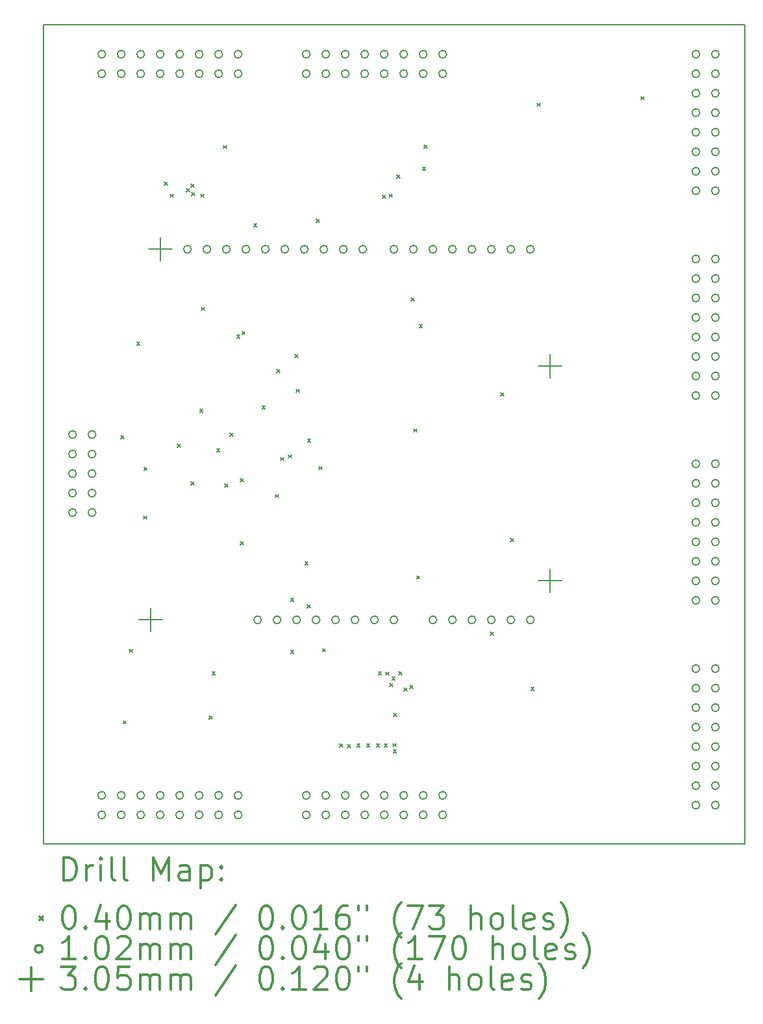
<source format=gbr>
%FSLAX45Y45*%
G04 Gerber Fmt 4.5, Leading zero omitted, Abs format (unit mm)*
G04 Created by KiCad (PCBNEW 4.0.1-stable) date 2016-04-15 14:33:04*
%MOMM*%
G01*
G04 APERTURE LIST*
%ADD10C,0.127000*%
%ADD11C,0.150000*%
%ADD12C,0.200000*%
%ADD13C,0.300000*%
G04 APERTURE END LIST*
D10*
D11*
X2844800Y-14668500D02*
X2844800Y-4000500D01*
X11988800Y-14668500D02*
X2844800Y-14668500D01*
X11988800Y-4000500D02*
X11988800Y-14668500D01*
X2844800Y-4000500D02*
X11988800Y-4000500D01*
D12*
X3858200Y-9348360D02*
X3898200Y-9388360D01*
X3898200Y-9348360D02*
X3858200Y-9388360D01*
X3886960Y-13061860D02*
X3926960Y-13101860D01*
X3926960Y-13061860D02*
X3886960Y-13101860D01*
X3964510Y-12130240D02*
X4004510Y-12170240D01*
X4004510Y-12130240D02*
X3964510Y-12170240D01*
X4062790Y-8132460D02*
X4102790Y-8172460D01*
X4102790Y-8132460D02*
X4062790Y-8172460D01*
X4155270Y-10394000D02*
X4195270Y-10434000D01*
X4195270Y-10394000D02*
X4155270Y-10434000D01*
X4156110Y-9759000D02*
X4196110Y-9799000D01*
X4196110Y-9759000D02*
X4156110Y-9799000D01*
X4421010Y-6047740D02*
X4461010Y-6087740D01*
X4461010Y-6047740D02*
X4421010Y-6087740D01*
X4497640Y-6204390D02*
X4537640Y-6244390D01*
X4537640Y-6204390D02*
X4497640Y-6244390D01*
X4590400Y-9462210D02*
X4630400Y-9502210D01*
X4630400Y-9462210D02*
X4590400Y-9502210D01*
X4709980Y-6134210D02*
X4749980Y-6174210D01*
X4749980Y-6134210D02*
X4709980Y-6174210D01*
X4772520Y-6071670D02*
X4812520Y-6111670D01*
X4812520Y-6071670D02*
X4772520Y-6111670D01*
X4773770Y-9949500D02*
X4813770Y-9989500D01*
X4813770Y-9949500D02*
X4773770Y-9989500D01*
X4776380Y-6181020D02*
X4816380Y-6221020D01*
X4816380Y-6181020D02*
X4776380Y-6221020D01*
X4884620Y-9003810D02*
X4924620Y-9043810D01*
X4924620Y-9003810D02*
X4884620Y-9043810D01*
X4899160Y-6203720D02*
X4939160Y-6243720D01*
X4939160Y-6203720D02*
X4899160Y-6243720D01*
X4907570Y-7677760D02*
X4947570Y-7717760D01*
X4947570Y-7677760D02*
X4907570Y-7717760D01*
X5007230Y-13001570D02*
X5047230Y-13041570D01*
X5047230Y-13001570D02*
X5007230Y-13041570D01*
X5045380Y-12424820D02*
X5085380Y-12464820D01*
X5085380Y-12424820D02*
X5045380Y-12464820D01*
X5104120Y-9520040D02*
X5144120Y-9560040D01*
X5144120Y-9520040D02*
X5104120Y-9560040D01*
X5194780Y-5568510D02*
X5234780Y-5608510D01*
X5234780Y-5568510D02*
X5194780Y-5608510D01*
X5211860Y-9974850D02*
X5251860Y-10014850D01*
X5251860Y-9974850D02*
X5211860Y-10014850D01*
X5280310Y-9315460D02*
X5320310Y-9355460D01*
X5320310Y-9315460D02*
X5280310Y-9355460D01*
X5368420Y-8038320D02*
X5408420Y-8078320D01*
X5408420Y-8038320D02*
X5368420Y-8078320D01*
X5413170Y-10729710D02*
X5453170Y-10769710D01*
X5453170Y-10729710D02*
X5413170Y-10769710D01*
X5413910Y-9910700D02*
X5453910Y-9950700D01*
X5453910Y-9910700D02*
X5413910Y-9950700D01*
X5434580Y-7991290D02*
X5474580Y-8031290D01*
X5474580Y-7991290D02*
X5434580Y-8031290D01*
X5588980Y-6591460D02*
X5628980Y-6631460D01*
X5628980Y-6591460D02*
X5588980Y-6631460D01*
X5696850Y-8959870D02*
X5736850Y-8999870D01*
X5736850Y-8959870D02*
X5696850Y-8999870D01*
X5872620Y-10115320D02*
X5912620Y-10155320D01*
X5912620Y-10115320D02*
X5872620Y-10155320D01*
X5887570Y-8484760D02*
X5927570Y-8524760D01*
X5927570Y-8484760D02*
X5887570Y-8524760D01*
X5938510Y-9632000D02*
X5978510Y-9672000D01*
X5978510Y-9632000D02*
X5938510Y-9672000D01*
X6041590Y-9600260D02*
X6081590Y-9640260D01*
X6081590Y-9600260D02*
X6041590Y-9640260D01*
X6070750Y-12145150D02*
X6110750Y-12185150D01*
X6110750Y-12145150D02*
X6070750Y-12185150D01*
X6071380Y-11468970D02*
X6111380Y-11508970D01*
X6111380Y-11468970D02*
X6071380Y-11508970D01*
X6125830Y-8293320D02*
X6165830Y-8333320D01*
X6165830Y-8293320D02*
X6125830Y-8333320D01*
X6143510Y-8743000D02*
X6183510Y-8783000D01*
X6183510Y-8743000D02*
X6143510Y-8783000D01*
X6256390Y-10989960D02*
X6296390Y-11029960D01*
X6296390Y-10989960D02*
X6256390Y-11029960D01*
X6284650Y-11551590D02*
X6324650Y-11591590D01*
X6324650Y-11551590D02*
X6284650Y-11591590D01*
X6291430Y-9390990D02*
X6331430Y-9430990D01*
X6331430Y-9390990D02*
X6291430Y-9430990D01*
X6403410Y-6528920D02*
X6443410Y-6568920D01*
X6443410Y-6528920D02*
X6403410Y-6568920D01*
X6438380Y-9751110D02*
X6478380Y-9791110D01*
X6478380Y-9751110D02*
X6438380Y-9791110D01*
X6485450Y-12122300D02*
X6525450Y-12162300D01*
X6525450Y-12122300D02*
X6485450Y-12162300D01*
X6709010Y-13364040D02*
X6749010Y-13404040D01*
X6749010Y-13364040D02*
X6709010Y-13404040D01*
X6808360Y-13368080D02*
X6848360Y-13408080D01*
X6848360Y-13368080D02*
X6808360Y-13408080D01*
X6934030Y-13364300D02*
X6974030Y-13404300D01*
X6974030Y-13364300D02*
X6934030Y-13404300D01*
X7060760Y-13364570D02*
X7100760Y-13404570D01*
X7100760Y-13364570D02*
X7060760Y-13404570D01*
X7188060Y-13364270D02*
X7228060Y-13404270D01*
X7228060Y-13364270D02*
X7188060Y-13404270D01*
X7213390Y-12425270D02*
X7253390Y-12465270D01*
X7253390Y-12425270D02*
X7213390Y-12465270D01*
X7268840Y-6215770D02*
X7308840Y-6255770D01*
X7308840Y-6215770D02*
X7268840Y-6255770D01*
X7290260Y-13364060D02*
X7330260Y-13404060D01*
X7330260Y-13364060D02*
X7290260Y-13404060D01*
X7312340Y-12426990D02*
X7352340Y-12466990D01*
X7352340Y-12426990D02*
X7312340Y-12466990D01*
X7352840Y-6204790D02*
X7392840Y-6244790D01*
X7392840Y-6204790D02*
X7352840Y-6244790D01*
X7359760Y-12573440D02*
X7399760Y-12613440D01*
X7399760Y-12573440D02*
X7359760Y-12613440D01*
X7390780Y-12492090D02*
X7430780Y-12532090D01*
X7430780Y-12492090D02*
X7390780Y-12532090D01*
X7402760Y-13357230D02*
X7442760Y-13397230D01*
X7442760Y-13357230D02*
X7402760Y-13397230D01*
X7407700Y-13441010D02*
X7447700Y-13481010D01*
X7447700Y-13441010D02*
X7407700Y-13481010D01*
X7414060Y-12966340D02*
X7454060Y-13006340D01*
X7454060Y-12966340D02*
X7414060Y-13006340D01*
X7455030Y-5956600D02*
X7495030Y-5996600D01*
X7495030Y-5956600D02*
X7455030Y-5996600D01*
X7478710Y-12424440D02*
X7518710Y-12464440D01*
X7518710Y-12424440D02*
X7478710Y-12464440D01*
X7545870Y-12635970D02*
X7585870Y-12675970D01*
X7585870Y-12635970D02*
X7545870Y-12675970D01*
X7621430Y-12598340D02*
X7661430Y-12638340D01*
X7661430Y-12598340D02*
X7621430Y-12638340D01*
X7643180Y-7555020D02*
X7683180Y-7595020D01*
X7683180Y-7555020D02*
X7643180Y-7595020D01*
X7673840Y-9260240D02*
X7713840Y-9300240D01*
X7713840Y-9260240D02*
X7673840Y-9300240D01*
X7712360Y-11173550D02*
X7752360Y-11213550D01*
X7752360Y-11173550D02*
X7712360Y-11213550D01*
X7746000Y-7899630D02*
X7786000Y-7939630D01*
X7786000Y-7899630D02*
X7746000Y-7939630D01*
X7788740Y-5852020D02*
X7828740Y-5892020D01*
X7828740Y-5852020D02*
X7788740Y-5892020D01*
X7812290Y-5567030D02*
X7852290Y-5607030D01*
X7852290Y-5567030D02*
X7812290Y-5607030D01*
X8676160Y-11904840D02*
X8716160Y-11944840D01*
X8716160Y-11904840D02*
X8676160Y-11944840D01*
X8807250Y-8792710D02*
X8847250Y-8832710D01*
X8847250Y-8792710D02*
X8807250Y-8832710D01*
X8938040Y-10684990D02*
X8978040Y-10724990D01*
X8978040Y-10684990D02*
X8938040Y-10724990D01*
X9202080Y-12629010D02*
X9242080Y-12669010D01*
X9242080Y-12629010D02*
X9202080Y-12669010D01*
X9284620Y-5019260D02*
X9324620Y-5059260D01*
X9324620Y-5019260D02*
X9284620Y-5059260D01*
X10635300Y-4935120D02*
X10675300Y-4975120D01*
X10675300Y-4935120D02*
X10635300Y-4975120D01*
X3276600Y-9334500D02*
G75*
G03X3276600Y-9334500I-50800J0D01*
G01*
X3276600Y-9588500D02*
G75*
G03X3276600Y-9588500I-50800J0D01*
G01*
X3276600Y-9842500D02*
G75*
G03X3276600Y-9842500I-50800J0D01*
G01*
X3276600Y-10096500D02*
G75*
G03X3276600Y-10096500I-50800J0D01*
G01*
X3276600Y-10350500D02*
G75*
G03X3276600Y-10350500I-50800J0D01*
G01*
X3530600Y-9334500D02*
G75*
G03X3530600Y-9334500I-50800J0D01*
G01*
X3530600Y-9588500D02*
G75*
G03X3530600Y-9588500I-50800J0D01*
G01*
X3530600Y-9842500D02*
G75*
G03X3530600Y-9842500I-50800J0D01*
G01*
X3530600Y-10096500D02*
G75*
G03X3530600Y-10096500I-50800J0D01*
G01*
X3530600Y-10350500D02*
G75*
G03X3530600Y-10350500I-50800J0D01*
G01*
X3657600Y-4381500D02*
G75*
G03X3657600Y-4381500I-50800J0D01*
G01*
X3657600Y-4635500D02*
G75*
G03X3657600Y-4635500I-50800J0D01*
G01*
X3657600Y-14033500D02*
G75*
G03X3657600Y-14033500I-50800J0D01*
G01*
X3657600Y-14287500D02*
G75*
G03X3657600Y-14287500I-50800J0D01*
G01*
X3911600Y-4381500D02*
G75*
G03X3911600Y-4381500I-50800J0D01*
G01*
X3911600Y-4635500D02*
G75*
G03X3911600Y-4635500I-50800J0D01*
G01*
X3911600Y-14033500D02*
G75*
G03X3911600Y-14033500I-50800J0D01*
G01*
X3911600Y-14287500D02*
G75*
G03X3911600Y-14287500I-50800J0D01*
G01*
X4165600Y-4381500D02*
G75*
G03X4165600Y-4381500I-50800J0D01*
G01*
X4165600Y-4635500D02*
G75*
G03X4165600Y-4635500I-50800J0D01*
G01*
X4165600Y-14033500D02*
G75*
G03X4165600Y-14033500I-50800J0D01*
G01*
X4165600Y-14287500D02*
G75*
G03X4165600Y-14287500I-50800J0D01*
G01*
X4419600Y-4381500D02*
G75*
G03X4419600Y-4381500I-50800J0D01*
G01*
X4419600Y-4635500D02*
G75*
G03X4419600Y-4635500I-50800J0D01*
G01*
X4419600Y-14033500D02*
G75*
G03X4419600Y-14033500I-50800J0D01*
G01*
X4419600Y-14287500D02*
G75*
G03X4419600Y-14287500I-50800J0D01*
G01*
X4673600Y-4381500D02*
G75*
G03X4673600Y-4381500I-50800J0D01*
G01*
X4673600Y-4635500D02*
G75*
G03X4673600Y-4635500I-50800J0D01*
G01*
X4673600Y-14033500D02*
G75*
G03X4673600Y-14033500I-50800J0D01*
G01*
X4673600Y-14287500D02*
G75*
G03X4673600Y-14287500I-50800J0D01*
G01*
X4775200Y-6921500D02*
G75*
G03X4775200Y-6921500I-50800J0D01*
G01*
X4927600Y-4381500D02*
G75*
G03X4927600Y-4381500I-50800J0D01*
G01*
X4927600Y-4635500D02*
G75*
G03X4927600Y-4635500I-50800J0D01*
G01*
X4927600Y-14033500D02*
G75*
G03X4927600Y-14033500I-50800J0D01*
G01*
X4927600Y-14287500D02*
G75*
G03X4927600Y-14287500I-50800J0D01*
G01*
X5029200Y-6921500D02*
G75*
G03X5029200Y-6921500I-50800J0D01*
G01*
X5181600Y-4381500D02*
G75*
G03X5181600Y-4381500I-50800J0D01*
G01*
X5181600Y-4635500D02*
G75*
G03X5181600Y-4635500I-50800J0D01*
G01*
X5181600Y-14033500D02*
G75*
G03X5181600Y-14033500I-50800J0D01*
G01*
X5181600Y-14287500D02*
G75*
G03X5181600Y-14287500I-50800J0D01*
G01*
X5283200Y-6921500D02*
G75*
G03X5283200Y-6921500I-50800J0D01*
G01*
X5435600Y-4381500D02*
G75*
G03X5435600Y-4381500I-50800J0D01*
G01*
X5435600Y-4635500D02*
G75*
G03X5435600Y-4635500I-50800J0D01*
G01*
X5435600Y-14033500D02*
G75*
G03X5435600Y-14033500I-50800J0D01*
G01*
X5435600Y-14287500D02*
G75*
G03X5435600Y-14287500I-50800J0D01*
G01*
X5537200Y-6921500D02*
G75*
G03X5537200Y-6921500I-50800J0D01*
G01*
X5689600Y-11747500D02*
G75*
G03X5689600Y-11747500I-50800J0D01*
G01*
X5791200Y-6921500D02*
G75*
G03X5791200Y-6921500I-50800J0D01*
G01*
X5943600Y-11747500D02*
G75*
G03X5943600Y-11747500I-50800J0D01*
G01*
X6045200Y-6921500D02*
G75*
G03X6045200Y-6921500I-50800J0D01*
G01*
X6197600Y-11747500D02*
G75*
G03X6197600Y-11747500I-50800J0D01*
G01*
X6299200Y-6921500D02*
G75*
G03X6299200Y-6921500I-50800J0D01*
G01*
X6324600Y-4381500D02*
G75*
G03X6324600Y-4381500I-50800J0D01*
G01*
X6324600Y-4635500D02*
G75*
G03X6324600Y-4635500I-50800J0D01*
G01*
X6324600Y-14033500D02*
G75*
G03X6324600Y-14033500I-50800J0D01*
G01*
X6324600Y-14287500D02*
G75*
G03X6324600Y-14287500I-50800J0D01*
G01*
X6451600Y-11747500D02*
G75*
G03X6451600Y-11747500I-50800J0D01*
G01*
X6553200Y-6921500D02*
G75*
G03X6553200Y-6921500I-50800J0D01*
G01*
X6578600Y-4381500D02*
G75*
G03X6578600Y-4381500I-50800J0D01*
G01*
X6578600Y-4635500D02*
G75*
G03X6578600Y-4635500I-50800J0D01*
G01*
X6578600Y-14033500D02*
G75*
G03X6578600Y-14033500I-50800J0D01*
G01*
X6578600Y-14287500D02*
G75*
G03X6578600Y-14287500I-50800J0D01*
G01*
X6705600Y-11747500D02*
G75*
G03X6705600Y-11747500I-50800J0D01*
G01*
X6807200Y-6921500D02*
G75*
G03X6807200Y-6921500I-50800J0D01*
G01*
X6832600Y-4381500D02*
G75*
G03X6832600Y-4381500I-50800J0D01*
G01*
X6832600Y-4635500D02*
G75*
G03X6832600Y-4635500I-50800J0D01*
G01*
X6832600Y-14033500D02*
G75*
G03X6832600Y-14033500I-50800J0D01*
G01*
X6832600Y-14287500D02*
G75*
G03X6832600Y-14287500I-50800J0D01*
G01*
X6959600Y-11747500D02*
G75*
G03X6959600Y-11747500I-50800J0D01*
G01*
X7061200Y-6921500D02*
G75*
G03X7061200Y-6921500I-50800J0D01*
G01*
X7086600Y-4381500D02*
G75*
G03X7086600Y-4381500I-50800J0D01*
G01*
X7086600Y-4635500D02*
G75*
G03X7086600Y-4635500I-50800J0D01*
G01*
X7086600Y-14033500D02*
G75*
G03X7086600Y-14033500I-50800J0D01*
G01*
X7086600Y-14287500D02*
G75*
G03X7086600Y-14287500I-50800J0D01*
G01*
X7213600Y-11747500D02*
G75*
G03X7213600Y-11747500I-50800J0D01*
G01*
X7340600Y-4381500D02*
G75*
G03X7340600Y-4381500I-50800J0D01*
G01*
X7340600Y-4635500D02*
G75*
G03X7340600Y-4635500I-50800J0D01*
G01*
X7340600Y-14033500D02*
G75*
G03X7340600Y-14033500I-50800J0D01*
G01*
X7340600Y-14287500D02*
G75*
G03X7340600Y-14287500I-50800J0D01*
G01*
X7467600Y-6921500D02*
G75*
G03X7467600Y-6921500I-50800J0D01*
G01*
X7467600Y-11747500D02*
G75*
G03X7467600Y-11747500I-50800J0D01*
G01*
X7594600Y-4381500D02*
G75*
G03X7594600Y-4381500I-50800J0D01*
G01*
X7594600Y-4635500D02*
G75*
G03X7594600Y-4635500I-50800J0D01*
G01*
X7594600Y-14033500D02*
G75*
G03X7594600Y-14033500I-50800J0D01*
G01*
X7594600Y-14287500D02*
G75*
G03X7594600Y-14287500I-50800J0D01*
G01*
X7721600Y-6921500D02*
G75*
G03X7721600Y-6921500I-50800J0D01*
G01*
X7848600Y-4381500D02*
G75*
G03X7848600Y-4381500I-50800J0D01*
G01*
X7848600Y-4635500D02*
G75*
G03X7848600Y-4635500I-50800J0D01*
G01*
X7848600Y-14033500D02*
G75*
G03X7848600Y-14033500I-50800J0D01*
G01*
X7848600Y-14287500D02*
G75*
G03X7848600Y-14287500I-50800J0D01*
G01*
X7975600Y-6921500D02*
G75*
G03X7975600Y-6921500I-50800J0D01*
G01*
X7975600Y-11747500D02*
G75*
G03X7975600Y-11747500I-50800J0D01*
G01*
X8102600Y-4381500D02*
G75*
G03X8102600Y-4381500I-50800J0D01*
G01*
X8102600Y-4635500D02*
G75*
G03X8102600Y-4635500I-50800J0D01*
G01*
X8102600Y-14033500D02*
G75*
G03X8102600Y-14033500I-50800J0D01*
G01*
X8102600Y-14287500D02*
G75*
G03X8102600Y-14287500I-50800J0D01*
G01*
X8229600Y-6921500D02*
G75*
G03X8229600Y-6921500I-50800J0D01*
G01*
X8229600Y-11747500D02*
G75*
G03X8229600Y-11747500I-50800J0D01*
G01*
X8483600Y-6921500D02*
G75*
G03X8483600Y-6921500I-50800J0D01*
G01*
X8483600Y-11747500D02*
G75*
G03X8483600Y-11747500I-50800J0D01*
G01*
X8737600Y-6921500D02*
G75*
G03X8737600Y-6921500I-50800J0D01*
G01*
X8737600Y-11747500D02*
G75*
G03X8737600Y-11747500I-50800J0D01*
G01*
X8991600Y-6921500D02*
G75*
G03X8991600Y-6921500I-50800J0D01*
G01*
X8991600Y-11747500D02*
G75*
G03X8991600Y-11747500I-50800J0D01*
G01*
X9245600Y-6921500D02*
G75*
G03X9245600Y-6921500I-50800J0D01*
G01*
X9245600Y-11747500D02*
G75*
G03X9245600Y-11747500I-50800J0D01*
G01*
X11404600Y-4381500D02*
G75*
G03X11404600Y-4381500I-50800J0D01*
G01*
X11404600Y-4635500D02*
G75*
G03X11404600Y-4635500I-50800J0D01*
G01*
X11404600Y-4889500D02*
G75*
G03X11404600Y-4889500I-50800J0D01*
G01*
X11404600Y-5143500D02*
G75*
G03X11404600Y-5143500I-50800J0D01*
G01*
X11404600Y-5397500D02*
G75*
G03X11404600Y-5397500I-50800J0D01*
G01*
X11404600Y-5651500D02*
G75*
G03X11404600Y-5651500I-50800J0D01*
G01*
X11404600Y-5905500D02*
G75*
G03X11404600Y-5905500I-50800J0D01*
G01*
X11404600Y-6159500D02*
G75*
G03X11404600Y-6159500I-50800J0D01*
G01*
X11404600Y-7048500D02*
G75*
G03X11404600Y-7048500I-50800J0D01*
G01*
X11404600Y-7302500D02*
G75*
G03X11404600Y-7302500I-50800J0D01*
G01*
X11404600Y-7556500D02*
G75*
G03X11404600Y-7556500I-50800J0D01*
G01*
X11404600Y-7810500D02*
G75*
G03X11404600Y-7810500I-50800J0D01*
G01*
X11404600Y-8064500D02*
G75*
G03X11404600Y-8064500I-50800J0D01*
G01*
X11404600Y-8318500D02*
G75*
G03X11404600Y-8318500I-50800J0D01*
G01*
X11404600Y-8572500D02*
G75*
G03X11404600Y-8572500I-50800J0D01*
G01*
X11404600Y-8826500D02*
G75*
G03X11404600Y-8826500I-50800J0D01*
G01*
X11404600Y-9715500D02*
G75*
G03X11404600Y-9715500I-50800J0D01*
G01*
X11404600Y-9969500D02*
G75*
G03X11404600Y-9969500I-50800J0D01*
G01*
X11404600Y-10223500D02*
G75*
G03X11404600Y-10223500I-50800J0D01*
G01*
X11404600Y-10477500D02*
G75*
G03X11404600Y-10477500I-50800J0D01*
G01*
X11404600Y-10731500D02*
G75*
G03X11404600Y-10731500I-50800J0D01*
G01*
X11404600Y-10985500D02*
G75*
G03X11404600Y-10985500I-50800J0D01*
G01*
X11404600Y-11239500D02*
G75*
G03X11404600Y-11239500I-50800J0D01*
G01*
X11404600Y-11493500D02*
G75*
G03X11404600Y-11493500I-50800J0D01*
G01*
X11404600Y-12382500D02*
G75*
G03X11404600Y-12382500I-50800J0D01*
G01*
X11404600Y-12636500D02*
G75*
G03X11404600Y-12636500I-50800J0D01*
G01*
X11404600Y-12890500D02*
G75*
G03X11404600Y-12890500I-50800J0D01*
G01*
X11404600Y-13144500D02*
G75*
G03X11404600Y-13144500I-50800J0D01*
G01*
X11404600Y-13398500D02*
G75*
G03X11404600Y-13398500I-50800J0D01*
G01*
X11404600Y-13652500D02*
G75*
G03X11404600Y-13652500I-50800J0D01*
G01*
X11404600Y-13906500D02*
G75*
G03X11404600Y-13906500I-50800J0D01*
G01*
X11404600Y-14160500D02*
G75*
G03X11404600Y-14160500I-50800J0D01*
G01*
X11658600Y-4381500D02*
G75*
G03X11658600Y-4381500I-50800J0D01*
G01*
X11658600Y-4635500D02*
G75*
G03X11658600Y-4635500I-50800J0D01*
G01*
X11658600Y-4889500D02*
G75*
G03X11658600Y-4889500I-50800J0D01*
G01*
X11658600Y-5143500D02*
G75*
G03X11658600Y-5143500I-50800J0D01*
G01*
X11658600Y-5397500D02*
G75*
G03X11658600Y-5397500I-50800J0D01*
G01*
X11658600Y-5651500D02*
G75*
G03X11658600Y-5651500I-50800J0D01*
G01*
X11658600Y-5905500D02*
G75*
G03X11658600Y-5905500I-50800J0D01*
G01*
X11658600Y-6159500D02*
G75*
G03X11658600Y-6159500I-50800J0D01*
G01*
X11658600Y-7048500D02*
G75*
G03X11658600Y-7048500I-50800J0D01*
G01*
X11658600Y-7302500D02*
G75*
G03X11658600Y-7302500I-50800J0D01*
G01*
X11658600Y-7556500D02*
G75*
G03X11658600Y-7556500I-50800J0D01*
G01*
X11658600Y-7810500D02*
G75*
G03X11658600Y-7810500I-50800J0D01*
G01*
X11658600Y-8064500D02*
G75*
G03X11658600Y-8064500I-50800J0D01*
G01*
X11658600Y-8318500D02*
G75*
G03X11658600Y-8318500I-50800J0D01*
G01*
X11658600Y-8572500D02*
G75*
G03X11658600Y-8572500I-50800J0D01*
G01*
X11658600Y-8826500D02*
G75*
G03X11658600Y-8826500I-50800J0D01*
G01*
X11658600Y-9715500D02*
G75*
G03X11658600Y-9715500I-50800J0D01*
G01*
X11658600Y-9969500D02*
G75*
G03X11658600Y-9969500I-50800J0D01*
G01*
X11658600Y-10223500D02*
G75*
G03X11658600Y-10223500I-50800J0D01*
G01*
X11658600Y-10477500D02*
G75*
G03X11658600Y-10477500I-50800J0D01*
G01*
X11658600Y-10731500D02*
G75*
G03X11658600Y-10731500I-50800J0D01*
G01*
X11658600Y-10985500D02*
G75*
G03X11658600Y-10985500I-50800J0D01*
G01*
X11658600Y-11239500D02*
G75*
G03X11658600Y-11239500I-50800J0D01*
G01*
X11658600Y-11493500D02*
G75*
G03X11658600Y-11493500I-50800J0D01*
G01*
X11658600Y-12382500D02*
G75*
G03X11658600Y-12382500I-50800J0D01*
G01*
X11658600Y-12636500D02*
G75*
G03X11658600Y-12636500I-50800J0D01*
G01*
X11658600Y-12890500D02*
G75*
G03X11658600Y-12890500I-50800J0D01*
G01*
X11658600Y-13144500D02*
G75*
G03X11658600Y-13144500I-50800J0D01*
G01*
X11658600Y-13398500D02*
G75*
G03X11658600Y-13398500I-50800J0D01*
G01*
X11658600Y-13652500D02*
G75*
G03X11658600Y-13652500I-50800J0D01*
G01*
X11658600Y-13906500D02*
G75*
G03X11658600Y-13906500I-50800J0D01*
G01*
X11658600Y-14160500D02*
G75*
G03X11658600Y-14160500I-50800J0D01*
G01*
X4241800Y-11595100D02*
X4241800Y-11899900D01*
X4089400Y-11747500D02*
X4394200Y-11747500D01*
X4368800Y-6769100D02*
X4368800Y-7073900D01*
X4216400Y-6921500D02*
X4521200Y-6921500D01*
X9448800Y-8293100D02*
X9448800Y-8597900D01*
X9296400Y-8445500D02*
X9601200Y-8445500D01*
X9448800Y-11087100D02*
X9448800Y-11391900D01*
X9296400Y-11239500D02*
X9601200Y-11239500D01*
D13*
X3108728Y-15141714D02*
X3108728Y-14841714D01*
X3180157Y-14841714D01*
X3223014Y-14856000D01*
X3251586Y-14884571D01*
X3265871Y-14913143D01*
X3280157Y-14970286D01*
X3280157Y-15013143D01*
X3265871Y-15070286D01*
X3251586Y-15098857D01*
X3223014Y-15127429D01*
X3180157Y-15141714D01*
X3108728Y-15141714D01*
X3408728Y-15141714D02*
X3408728Y-14941714D01*
X3408728Y-14998857D02*
X3423014Y-14970286D01*
X3437300Y-14956000D01*
X3465871Y-14941714D01*
X3494443Y-14941714D01*
X3594443Y-15141714D02*
X3594443Y-14941714D01*
X3594443Y-14841714D02*
X3580157Y-14856000D01*
X3594443Y-14870286D01*
X3608728Y-14856000D01*
X3594443Y-14841714D01*
X3594443Y-14870286D01*
X3780157Y-15141714D02*
X3751586Y-15127429D01*
X3737300Y-15098857D01*
X3737300Y-14841714D01*
X3937300Y-15141714D02*
X3908728Y-15127429D01*
X3894443Y-15098857D01*
X3894443Y-14841714D01*
X4280157Y-15141714D02*
X4280157Y-14841714D01*
X4380157Y-15056000D01*
X4480157Y-14841714D01*
X4480157Y-15141714D01*
X4751586Y-15141714D02*
X4751586Y-14984571D01*
X4737300Y-14956000D01*
X4708729Y-14941714D01*
X4651586Y-14941714D01*
X4623014Y-14956000D01*
X4751586Y-15127429D02*
X4723014Y-15141714D01*
X4651586Y-15141714D01*
X4623014Y-15127429D01*
X4608729Y-15098857D01*
X4608729Y-15070286D01*
X4623014Y-15041714D01*
X4651586Y-15027429D01*
X4723014Y-15027429D01*
X4751586Y-15013143D01*
X4894443Y-14941714D02*
X4894443Y-15241714D01*
X4894443Y-14956000D02*
X4923014Y-14941714D01*
X4980157Y-14941714D01*
X5008729Y-14956000D01*
X5023014Y-14970286D01*
X5037300Y-14998857D01*
X5037300Y-15084571D01*
X5023014Y-15113143D01*
X5008729Y-15127429D01*
X4980157Y-15141714D01*
X4923014Y-15141714D01*
X4894443Y-15127429D01*
X5165871Y-15113143D02*
X5180157Y-15127429D01*
X5165871Y-15141714D01*
X5151586Y-15127429D01*
X5165871Y-15113143D01*
X5165871Y-15141714D01*
X5165871Y-14956000D02*
X5180157Y-14970286D01*
X5165871Y-14984571D01*
X5151586Y-14970286D01*
X5165871Y-14956000D01*
X5165871Y-14984571D01*
X2797300Y-15616000D02*
X2837300Y-15656000D01*
X2837300Y-15616000D02*
X2797300Y-15656000D01*
X3165871Y-15471714D02*
X3194443Y-15471714D01*
X3223014Y-15486000D01*
X3237300Y-15500286D01*
X3251586Y-15528857D01*
X3265871Y-15586000D01*
X3265871Y-15657429D01*
X3251586Y-15714571D01*
X3237300Y-15743143D01*
X3223014Y-15757429D01*
X3194443Y-15771714D01*
X3165871Y-15771714D01*
X3137300Y-15757429D01*
X3123014Y-15743143D01*
X3108728Y-15714571D01*
X3094443Y-15657429D01*
X3094443Y-15586000D01*
X3108728Y-15528857D01*
X3123014Y-15500286D01*
X3137300Y-15486000D01*
X3165871Y-15471714D01*
X3394443Y-15743143D02*
X3408728Y-15757429D01*
X3394443Y-15771714D01*
X3380157Y-15757429D01*
X3394443Y-15743143D01*
X3394443Y-15771714D01*
X3665871Y-15571714D02*
X3665871Y-15771714D01*
X3594443Y-15457429D02*
X3523014Y-15671714D01*
X3708728Y-15671714D01*
X3880157Y-15471714D02*
X3908728Y-15471714D01*
X3937300Y-15486000D01*
X3951586Y-15500286D01*
X3965871Y-15528857D01*
X3980157Y-15586000D01*
X3980157Y-15657429D01*
X3965871Y-15714571D01*
X3951586Y-15743143D01*
X3937300Y-15757429D01*
X3908728Y-15771714D01*
X3880157Y-15771714D01*
X3851586Y-15757429D01*
X3837300Y-15743143D01*
X3823014Y-15714571D01*
X3808728Y-15657429D01*
X3808728Y-15586000D01*
X3823014Y-15528857D01*
X3837300Y-15500286D01*
X3851586Y-15486000D01*
X3880157Y-15471714D01*
X4108728Y-15771714D02*
X4108728Y-15571714D01*
X4108728Y-15600286D02*
X4123014Y-15586000D01*
X4151586Y-15571714D01*
X4194443Y-15571714D01*
X4223014Y-15586000D01*
X4237300Y-15614571D01*
X4237300Y-15771714D01*
X4237300Y-15614571D02*
X4251586Y-15586000D01*
X4280157Y-15571714D01*
X4323014Y-15571714D01*
X4351586Y-15586000D01*
X4365871Y-15614571D01*
X4365871Y-15771714D01*
X4508729Y-15771714D02*
X4508729Y-15571714D01*
X4508729Y-15600286D02*
X4523014Y-15586000D01*
X4551586Y-15571714D01*
X4594443Y-15571714D01*
X4623014Y-15586000D01*
X4637300Y-15614571D01*
X4637300Y-15771714D01*
X4637300Y-15614571D02*
X4651586Y-15586000D01*
X4680157Y-15571714D01*
X4723014Y-15571714D01*
X4751586Y-15586000D01*
X4765871Y-15614571D01*
X4765871Y-15771714D01*
X5351586Y-15457429D02*
X5094443Y-15843143D01*
X5737300Y-15471714D02*
X5765871Y-15471714D01*
X5794443Y-15486000D01*
X5808728Y-15500286D01*
X5823014Y-15528857D01*
X5837300Y-15586000D01*
X5837300Y-15657429D01*
X5823014Y-15714571D01*
X5808728Y-15743143D01*
X5794443Y-15757429D01*
X5765871Y-15771714D01*
X5737300Y-15771714D01*
X5708728Y-15757429D01*
X5694443Y-15743143D01*
X5680157Y-15714571D01*
X5665871Y-15657429D01*
X5665871Y-15586000D01*
X5680157Y-15528857D01*
X5694443Y-15500286D01*
X5708728Y-15486000D01*
X5737300Y-15471714D01*
X5965871Y-15743143D02*
X5980157Y-15757429D01*
X5965871Y-15771714D01*
X5951586Y-15757429D01*
X5965871Y-15743143D01*
X5965871Y-15771714D01*
X6165871Y-15471714D02*
X6194443Y-15471714D01*
X6223014Y-15486000D01*
X6237300Y-15500286D01*
X6251585Y-15528857D01*
X6265871Y-15586000D01*
X6265871Y-15657429D01*
X6251585Y-15714571D01*
X6237300Y-15743143D01*
X6223014Y-15757429D01*
X6194443Y-15771714D01*
X6165871Y-15771714D01*
X6137300Y-15757429D01*
X6123014Y-15743143D01*
X6108728Y-15714571D01*
X6094443Y-15657429D01*
X6094443Y-15586000D01*
X6108728Y-15528857D01*
X6123014Y-15500286D01*
X6137300Y-15486000D01*
X6165871Y-15471714D01*
X6551585Y-15771714D02*
X6380157Y-15771714D01*
X6465871Y-15771714D02*
X6465871Y-15471714D01*
X6437300Y-15514571D01*
X6408728Y-15543143D01*
X6380157Y-15557429D01*
X6808728Y-15471714D02*
X6751585Y-15471714D01*
X6723014Y-15486000D01*
X6708728Y-15500286D01*
X6680157Y-15543143D01*
X6665871Y-15600286D01*
X6665871Y-15714571D01*
X6680157Y-15743143D01*
X6694443Y-15757429D01*
X6723014Y-15771714D01*
X6780157Y-15771714D01*
X6808728Y-15757429D01*
X6823014Y-15743143D01*
X6837300Y-15714571D01*
X6837300Y-15643143D01*
X6823014Y-15614571D01*
X6808728Y-15600286D01*
X6780157Y-15586000D01*
X6723014Y-15586000D01*
X6694443Y-15600286D01*
X6680157Y-15614571D01*
X6665871Y-15643143D01*
X6951586Y-15471714D02*
X6951586Y-15528857D01*
X7065871Y-15471714D02*
X7065871Y-15528857D01*
X7508728Y-15886000D02*
X7494443Y-15871714D01*
X7465871Y-15828857D01*
X7451585Y-15800286D01*
X7437300Y-15757429D01*
X7423014Y-15686000D01*
X7423014Y-15628857D01*
X7437300Y-15557429D01*
X7451585Y-15514571D01*
X7465871Y-15486000D01*
X7494443Y-15443143D01*
X7508728Y-15428857D01*
X7594443Y-15471714D02*
X7794443Y-15471714D01*
X7665871Y-15771714D01*
X7880157Y-15471714D02*
X8065871Y-15471714D01*
X7965871Y-15586000D01*
X8008728Y-15586000D01*
X8037300Y-15600286D01*
X8051585Y-15614571D01*
X8065871Y-15643143D01*
X8065871Y-15714571D01*
X8051585Y-15743143D01*
X8037300Y-15757429D01*
X8008728Y-15771714D01*
X7923014Y-15771714D01*
X7894443Y-15757429D01*
X7880157Y-15743143D01*
X8423014Y-15771714D02*
X8423014Y-15471714D01*
X8551586Y-15771714D02*
X8551586Y-15614571D01*
X8537300Y-15586000D01*
X8508728Y-15571714D01*
X8465871Y-15571714D01*
X8437300Y-15586000D01*
X8423014Y-15600286D01*
X8737300Y-15771714D02*
X8708728Y-15757429D01*
X8694443Y-15743143D01*
X8680157Y-15714571D01*
X8680157Y-15628857D01*
X8694443Y-15600286D01*
X8708728Y-15586000D01*
X8737300Y-15571714D01*
X8780157Y-15571714D01*
X8808728Y-15586000D01*
X8823014Y-15600286D01*
X8837300Y-15628857D01*
X8837300Y-15714571D01*
X8823014Y-15743143D01*
X8808728Y-15757429D01*
X8780157Y-15771714D01*
X8737300Y-15771714D01*
X9008728Y-15771714D02*
X8980157Y-15757429D01*
X8965871Y-15728857D01*
X8965871Y-15471714D01*
X9237300Y-15757429D02*
X9208729Y-15771714D01*
X9151586Y-15771714D01*
X9123014Y-15757429D01*
X9108729Y-15728857D01*
X9108729Y-15614571D01*
X9123014Y-15586000D01*
X9151586Y-15571714D01*
X9208729Y-15571714D01*
X9237300Y-15586000D01*
X9251586Y-15614571D01*
X9251586Y-15643143D01*
X9108729Y-15671714D01*
X9365871Y-15757429D02*
X9394443Y-15771714D01*
X9451586Y-15771714D01*
X9480157Y-15757429D01*
X9494443Y-15728857D01*
X9494443Y-15714571D01*
X9480157Y-15686000D01*
X9451586Y-15671714D01*
X9408729Y-15671714D01*
X9380157Y-15657429D01*
X9365871Y-15628857D01*
X9365871Y-15614571D01*
X9380157Y-15586000D01*
X9408729Y-15571714D01*
X9451586Y-15571714D01*
X9480157Y-15586000D01*
X9594443Y-15886000D02*
X9608729Y-15871714D01*
X9637300Y-15828857D01*
X9651586Y-15800286D01*
X9665871Y-15757429D01*
X9680157Y-15686000D01*
X9680157Y-15628857D01*
X9665871Y-15557429D01*
X9651586Y-15514571D01*
X9637300Y-15486000D01*
X9608729Y-15443143D01*
X9594443Y-15428857D01*
X2837300Y-16032000D02*
G75*
G03X2837300Y-16032000I-50800J0D01*
G01*
X3265871Y-16167714D02*
X3094443Y-16167714D01*
X3180157Y-16167714D02*
X3180157Y-15867714D01*
X3151586Y-15910571D01*
X3123014Y-15939143D01*
X3094443Y-15953429D01*
X3394443Y-16139143D02*
X3408728Y-16153429D01*
X3394443Y-16167714D01*
X3380157Y-16153429D01*
X3394443Y-16139143D01*
X3394443Y-16167714D01*
X3594443Y-15867714D02*
X3623014Y-15867714D01*
X3651586Y-15882000D01*
X3665871Y-15896286D01*
X3680157Y-15924857D01*
X3694443Y-15982000D01*
X3694443Y-16053429D01*
X3680157Y-16110571D01*
X3665871Y-16139143D01*
X3651586Y-16153429D01*
X3623014Y-16167714D01*
X3594443Y-16167714D01*
X3565871Y-16153429D01*
X3551586Y-16139143D01*
X3537300Y-16110571D01*
X3523014Y-16053429D01*
X3523014Y-15982000D01*
X3537300Y-15924857D01*
X3551586Y-15896286D01*
X3565871Y-15882000D01*
X3594443Y-15867714D01*
X3808728Y-15896286D02*
X3823014Y-15882000D01*
X3851586Y-15867714D01*
X3923014Y-15867714D01*
X3951586Y-15882000D01*
X3965871Y-15896286D01*
X3980157Y-15924857D01*
X3980157Y-15953429D01*
X3965871Y-15996286D01*
X3794443Y-16167714D01*
X3980157Y-16167714D01*
X4108728Y-16167714D02*
X4108728Y-15967714D01*
X4108728Y-15996286D02*
X4123014Y-15982000D01*
X4151586Y-15967714D01*
X4194443Y-15967714D01*
X4223014Y-15982000D01*
X4237300Y-16010571D01*
X4237300Y-16167714D01*
X4237300Y-16010571D02*
X4251586Y-15982000D01*
X4280157Y-15967714D01*
X4323014Y-15967714D01*
X4351586Y-15982000D01*
X4365871Y-16010571D01*
X4365871Y-16167714D01*
X4508729Y-16167714D02*
X4508729Y-15967714D01*
X4508729Y-15996286D02*
X4523014Y-15982000D01*
X4551586Y-15967714D01*
X4594443Y-15967714D01*
X4623014Y-15982000D01*
X4637300Y-16010571D01*
X4637300Y-16167714D01*
X4637300Y-16010571D02*
X4651586Y-15982000D01*
X4680157Y-15967714D01*
X4723014Y-15967714D01*
X4751586Y-15982000D01*
X4765871Y-16010571D01*
X4765871Y-16167714D01*
X5351586Y-15853429D02*
X5094443Y-16239143D01*
X5737300Y-15867714D02*
X5765871Y-15867714D01*
X5794443Y-15882000D01*
X5808728Y-15896286D01*
X5823014Y-15924857D01*
X5837300Y-15982000D01*
X5837300Y-16053429D01*
X5823014Y-16110571D01*
X5808728Y-16139143D01*
X5794443Y-16153429D01*
X5765871Y-16167714D01*
X5737300Y-16167714D01*
X5708728Y-16153429D01*
X5694443Y-16139143D01*
X5680157Y-16110571D01*
X5665871Y-16053429D01*
X5665871Y-15982000D01*
X5680157Y-15924857D01*
X5694443Y-15896286D01*
X5708728Y-15882000D01*
X5737300Y-15867714D01*
X5965871Y-16139143D02*
X5980157Y-16153429D01*
X5965871Y-16167714D01*
X5951586Y-16153429D01*
X5965871Y-16139143D01*
X5965871Y-16167714D01*
X6165871Y-15867714D02*
X6194443Y-15867714D01*
X6223014Y-15882000D01*
X6237300Y-15896286D01*
X6251585Y-15924857D01*
X6265871Y-15982000D01*
X6265871Y-16053429D01*
X6251585Y-16110571D01*
X6237300Y-16139143D01*
X6223014Y-16153429D01*
X6194443Y-16167714D01*
X6165871Y-16167714D01*
X6137300Y-16153429D01*
X6123014Y-16139143D01*
X6108728Y-16110571D01*
X6094443Y-16053429D01*
X6094443Y-15982000D01*
X6108728Y-15924857D01*
X6123014Y-15896286D01*
X6137300Y-15882000D01*
X6165871Y-15867714D01*
X6523014Y-15967714D02*
X6523014Y-16167714D01*
X6451585Y-15853429D02*
X6380157Y-16067714D01*
X6565871Y-16067714D01*
X6737300Y-15867714D02*
X6765871Y-15867714D01*
X6794443Y-15882000D01*
X6808728Y-15896286D01*
X6823014Y-15924857D01*
X6837300Y-15982000D01*
X6837300Y-16053429D01*
X6823014Y-16110571D01*
X6808728Y-16139143D01*
X6794443Y-16153429D01*
X6765871Y-16167714D01*
X6737300Y-16167714D01*
X6708728Y-16153429D01*
X6694443Y-16139143D01*
X6680157Y-16110571D01*
X6665871Y-16053429D01*
X6665871Y-15982000D01*
X6680157Y-15924857D01*
X6694443Y-15896286D01*
X6708728Y-15882000D01*
X6737300Y-15867714D01*
X6951586Y-15867714D02*
X6951586Y-15924857D01*
X7065871Y-15867714D02*
X7065871Y-15924857D01*
X7508728Y-16282000D02*
X7494443Y-16267714D01*
X7465871Y-16224857D01*
X7451585Y-16196286D01*
X7437300Y-16153429D01*
X7423014Y-16082000D01*
X7423014Y-16024857D01*
X7437300Y-15953429D01*
X7451585Y-15910571D01*
X7465871Y-15882000D01*
X7494443Y-15839143D01*
X7508728Y-15824857D01*
X7780157Y-16167714D02*
X7608728Y-16167714D01*
X7694443Y-16167714D02*
X7694443Y-15867714D01*
X7665871Y-15910571D01*
X7637300Y-15939143D01*
X7608728Y-15953429D01*
X7880157Y-15867714D02*
X8080157Y-15867714D01*
X7951585Y-16167714D01*
X8251585Y-15867714D02*
X8280157Y-15867714D01*
X8308728Y-15882000D01*
X8323014Y-15896286D01*
X8337300Y-15924857D01*
X8351585Y-15982000D01*
X8351585Y-16053429D01*
X8337300Y-16110571D01*
X8323014Y-16139143D01*
X8308728Y-16153429D01*
X8280157Y-16167714D01*
X8251585Y-16167714D01*
X8223014Y-16153429D01*
X8208728Y-16139143D01*
X8194443Y-16110571D01*
X8180157Y-16053429D01*
X8180157Y-15982000D01*
X8194443Y-15924857D01*
X8208728Y-15896286D01*
X8223014Y-15882000D01*
X8251585Y-15867714D01*
X8708728Y-16167714D02*
X8708728Y-15867714D01*
X8837300Y-16167714D02*
X8837300Y-16010571D01*
X8823014Y-15982000D01*
X8794443Y-15967714D01*
X8751586Y-15967714D01*
X8723014Y-15982000D01*
X8708728Y-15996286D01*
X9023014Y-16167714D02*
X8994443Y-16153429D01*
X8980157Y-16139143D01*
X8965871Y-16110571D01*
X8965871Y-16024857D01*
X8980157Y-15996286D01*
X8994443Y-15982000D01*
X9023014Y-15967714D01*
X9065871Y-15967714D01*
X9094443Y-15982000D01*
X9108728Y-15996286D01*
X9123014Y-16024857D01*
X9123014Y-16110571D01*
X9108728Y-16139143D01*
X9094443Y-16153429D01*
X9065871Y-16167714D01*
X9023014Y-16167714D01*
X9294443Y-16167714D02*
X9265871Y-16153429D01*
X9251586Y-16124857D01*
X9251586Y-15867714D01*
X9523014Y-16153429D02*
X9494443Y-16167714D01*
X9437300Y-16167714D01*
X9408729Y-16153429D01*
X9394443Y-16124857D01*
X9394443Y-16010571D01*
X9408729Y-15982000D01*
X9437300Y-15967714D01*
X9494443Y-15967714D01*
X9523014Y-15982000D01*
X9537300Y-16010571D01*
X9537300Y-16039143D01*
X9394443Y-16067714D01*
X9651586Y-16153429D02*
X9680157Y-16167714D01*
X9737300Y-16167714D01*
X9765871Y-16153429D01*
X9780157Y-16124857D01*
X9780157Y-16110571D01*
X9765871Y-16082000D01*
X9737300Y-16067714D01*
X9694443Y-16067714D01*
X9665871Y-16053429D01*
X9651586Y-16024857D01*
X9651586Y-16010571D01*
X9665871Y-15982000D01*
X9694443Y-15967714D01*
X9737300Y-15967714D01*
X9765871Y-15982000D01*
X9880157Y-16282000D02*
X9894443Y-16267714D01*
X9923014Y-16224857D01*
X9937300Y-16196286D01*
X9951586Y-16153429D01*
X9965871Y-16082000D01*
X9965871Y-16024857D01*
X9951586Y-15953429D01*
X9937300Y-15910571D01*
X9923014Y-15882000D01*
X9894443Y-15839143D01*
X9880157Y-15824857D01*
X2684900Y-16275600D02*
X2684900Y-16580400D01*
X2532500Y-16428000D02*
X2837300Y-16428000D01*
X3080157Y-16263714D02*
X3265871Y-16263714D01*
X3165871Y-16378000D01*
X3208728Y-16378000D01*
X3237300Y-16392286D01*
X3251586Y-16406571D01*
X3265871Y-16435143D01*
X3265871Y-16506571D01*
X3251586Y-16535143D01*
X3237300Y-16549429D01*
X3208728Y-16563714D01*
X3123014Y-16563714D01*
X3094443Y-16549429D01*
X3080157Y-16535143D01*
X3394443Y-16535143D02*
X3408728Y-16549429D01*
X3394443Y-16563714D01*
X3380157Y-16549429D01*
X3394443Y-16535143D01*
X3394443Y-16563714D01*
X3594443Y-16263714D02*
X3623014Y-16263714D01*
X3651586Y-16278000D01*
X3665871Y-16292286D01*
X3680157Y-16320857D01*
X3694443Y-16378000D01*
X3694443Y-16449429D01*
X3680157Y-16506571D01*
X3665871Y-16535143D01*
X3651586Y-16549429D01*
X3623014Y-16563714D01*
X3594443Y-16563714D01*
X3565871Y-16549429D01*
X3551586Y-16535143D01*
X3537300Y-16506571D01*
X3523014Y-16449429D01*
X3523014Y-16378000D01*
X3537300Y-16320857D01*
X3551586Y-16292286D01*
X3565871Y-16278000D01*
X3594443Y-16263714D01*
X3965871Y-16263714D02*
X3823014Y-16263714D01*
X3808728Y-16406571D01*
X3823014Y-16392286D01*
X3851586Y-16378000D01*
X3923014Y-16378000D01*
X3951586Y-16392286D01*
X3965871Y-16406571D01*
X3980157Y-16435143D01*
X3980157Y-16506571D01*
X3965871Y-16535143D01*
X3951586Y-16549429D01*
X3923014Y-16563714D01*
X3851586Y-16563714D01*
X3823014Y-16549429D01*
X3808728Y-16535143D01*
X4108728Y-16563714D02*
X4108728Y-16363714D01*
X4108728Y-16392286D02*
X4123014Y-16378000D01*
X4151586Y-16363714D01*
X4194443Y-16363714D01*
X4223014Y-16378000D01*
X4237300Y-16406571D01*
X4237300Y-16563714D01*
X4237300Y-16406571D02*
X4251586Y-16378000D01*
X4280157Y-16363714D01*
X4323014Y-16363714D01*
X4351586Y-16378000D01*
X4365871Y-16406571D01*
X4365871Y-16563714D01*
X4508729Y-16563714D02*
X4508729Y-16363714D01*
X4508729Y-16392286D02*
X4523014Y-16378000D01*
X4551586Y-16363714D01*
X4594443Y-16363714D01*
X4623014Y-16378000D01*
X4637300Y-16406571D01*
X4637300Y-16563714D01*
X4637300Y-16406571D02*
X4651586Y-16378000D01*
X4680157Y-16363714D01*
X4723014Y-16363714D01*
X4751586Y-16378000D01*
X4765871Y-16406571D01*
X4765871Y-16563714D01*
X5351586Y-16249429D02*
X5094443Y-16635143D01*
X5737300Y-16263714D02*
X5765871Y-16263714D01*
X5794443Y-16278000D01*
X5808728Y-16292286D01*
X5823014Y-16320857D01*
X5837300Y-16378000D01*
X5837300Y-16449429D01*
X5823014Y-16506571D01*
X5808728Y-16535143D01*
X5794443Y-16549429D01*
X5765871Y-16563714D01*
X5737300Y-16563714D01*
X5708728Y-16549429D01*
X5694443Y-16535143D01*
X5680157Y-16506571D01*
X5665871Y-16449429D01*
X5665871Y-16378000D01*
X5680157Y-16320857D01*
X5694443Y-16292286D01*
X5708728Y-16278000D01*
X5737300Y-16263714D01*
X5965871Y-16535143D02*
X5980157Y-16549429D01*
X5965871Y-16563714D01*
X5951586Y-16549429D01*
X5965871Y-16535143D01*
X5965871Y-16563714D01*
X6265871Y-16563714D02*
X6094443Y-16563714D01*
X6180157Y-16563714D02*
X6180157Y-16263714D01*
X6151585Y-16306571D01*
X6123014Y-16335143D01*
X6094443Y-16349429D01*
X6380157Y-16292286D02*
X6394443Y-16278000D01*
X6423014Y-16263714D01*
X6494443Y-16263714D01*
X6523014Y-16278000D01*
X6537300Y-16292286D01*
X6551585Y-16320857D01*
X6551585Y-16349429D01*
X6537300Y-16392286D01*
X6365871Y-16563714D01*
X6551585Y-16563714D01*
X6737300Y-16263714D02*
X6765871Y-16263714D01*
X6794443Y-16278000D01*
X6808728Y-16292286D01*
X6823014Y-16320857D01*
X6837300Y-16378000D01*
X6837300Y-16449429D01*
X6823014Y-16506571D01*
X6808728Y-16535143D01*
X6794443Y-16549429D01*
X6765871Y-16563714D01*
X6737300Y-16563714D01*
X6708728Y-16549429D01*
X6694443Y-16535143D01*
X6680157Y-16506571D01*
X6665871Y-16449429D01*
X6665871Y-16378000D01*
X6680157Y-16320857D01*
X6694443Y-16292286D01*
X6708728Y-16278000D01*
X6737300Y-16263714D01*
X6951586Y-16263714D02*
X6951586Y-16320857D01*
X7065871Y-16263714D02*
X7065871Y-16320857D01*
X7508728Y-16678000D02*
X7494443Y-16663714D01*
X7465871Y-16620857D01*
X7451585Y-16592286D01*
X7437300Y-16549429D01*
X7423014Y-16478000D01*
X7423014Y-16420857D01*
X7437300Y-16349429D01*
X7451585Y-16306571D01*
X7465871Y-16278000D01*
X7494443Y-16235143D01*
X7508728Y-16220857D01*
X7751585Y-16363714D02*
X7751585Y-16563714D01*
X7680157Y-16249429D02*
X7608728Y-16463714D01*
X7794443Y-16463714D01*
X8137300Y-16563714D02*
X8137300Y-16263714D01*
X8265871Y-16563714D02*
X8265871Y-16406571D01*
X8251585Y-16378000D01*
X8223014Y-16363714D01*
X8180157Y-16363714D01*
X8151585Y-16378000D01*
X8137300Y-16392286D01*
X8451586Y-16563714D02*
X8423014Y-16549429D01*
X8408728Y-16535143D01*
X8394443Y-16506571D01*
X8394443Y-16420857D01*
X8408728Y-16392286D01*
X8423014Y-16378000D01*
X8451586Y-16363714D01*
X8494443Y-16363714D01*
X8523014Y-16378000D01*
X8537300Y-16392286D01*
X8551586Y-16420857D01*
X8551586Y-16506571D01*
X8537300Y-16535143D01*
X8523014Y-16549429D01*
X8494443Y-16563714D01*
X8451586Y-16563714D01*
X8723014Y-16563714D02*
X8694443Y-16549429D01*
X8680157Y-16520857D01*
X8680157Y-16263714D01*
X8951586Y-16549429D02*
X8923014Y-16563714D01*
X8865871Y-16563714D01*
X8837300Y-16549429D01*
X8823014Y-16520857D01*
X8823014Y-16406571D01*
X8837300Y-16378000D01*
X8865871Y-16363714D01*
X8923014Y-16363714D01*
X8951586Y-16378000D01*
X8965871Y-16406571D01*
X8965871Y-16435143D01*
X8823014Y-16463714D01*
X9080157Y-16549429D02*
X9108729Y-16563714D01*
X9165871Y-16563714D01*
X9194443Y-16549429D01*
X9208729Y-16520857D01*
X9208729Y-16506571D01*
X9194443Y-16478000D01*
X9165871Y-16463714D01*
X9123014Y-16463714D01*
X9094443Y-16449429D01*
X9080157Y-16420857D01*
X9080157Y-16406571D01*
X9094443Y-16378000D01*
X9123014Y-16363714D01*
X9165871Y-16363714D01*
X9194443Y-16378000D01*
X9308728Y-16678000D02*
X9323014Y-16663714D01*
X9351586Y-16620857D01*
X9365871Y-16592286D01*
X9380157Y-16549429D01*
X9394443Y-16478000D01*
X9394443Y-16420857D01*
X9380157Y-16349429D01*
X9365871Y-16306571D01*
X9351586Y-16278000D01*
X9323014Y-16235143D01*
X9308728Y-16220857D01*
M02*

</source>
